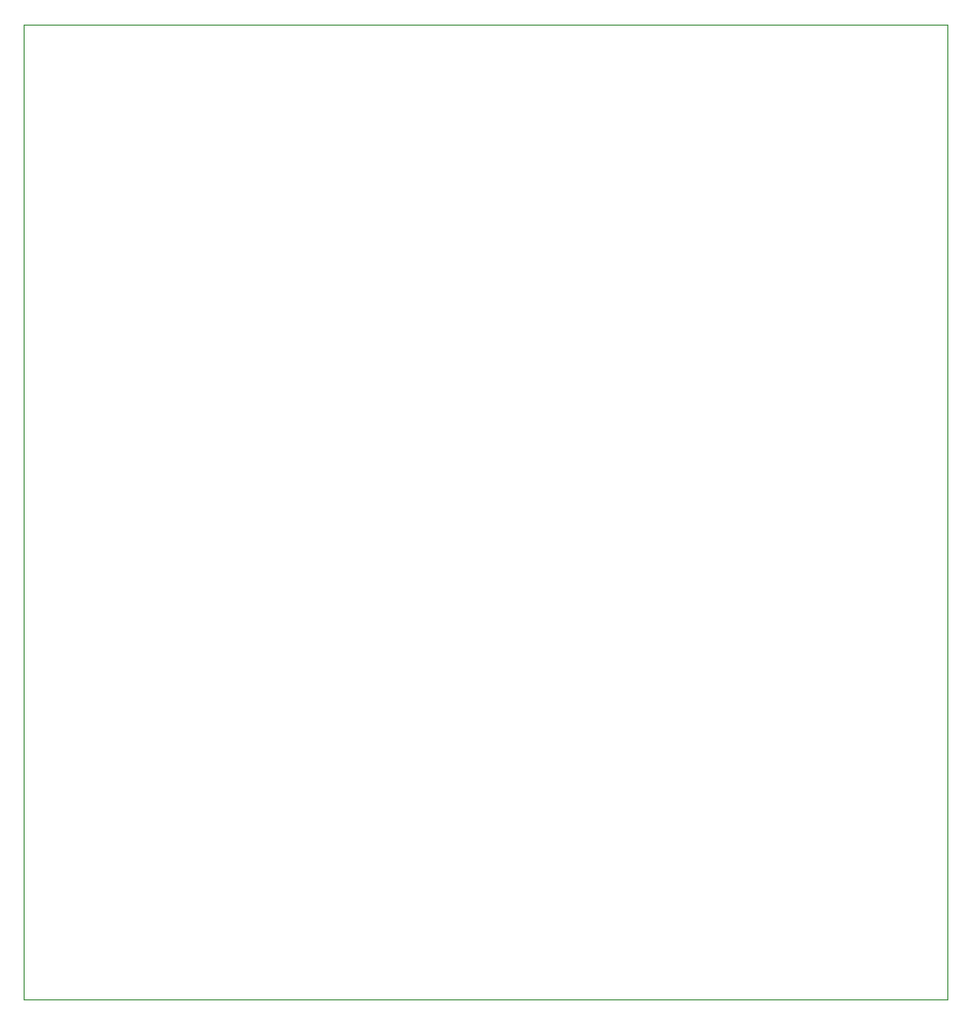
<source format=gbr>
%TF.GenerationSoftware,Altium Limited,Altium Designer,22.10.1 (41)*%
G04 Layer_Color=0*
%FSLAX25Y25*%
%MOIN*%
%TF.SameCoordinates,BEAA4B2D-68BC-4382-99D5-5DCEA874A810*%
%TF.FilePolarity,Positive*%
%TF.FileFunction,Profile,NP*%
%TF.Part,Single*%
G01*
G75*
%TA.AperFunction,Profile*%
%ADD154C,0.00100*%
D154*
X500Y500D02*
X500Y330500D01*
X313500Y330500D01*
Y500D01*
X500D01*
%TF.MD5,9257bd731f6c5f62e822adefaefc6e85*%
M02*

</source>
